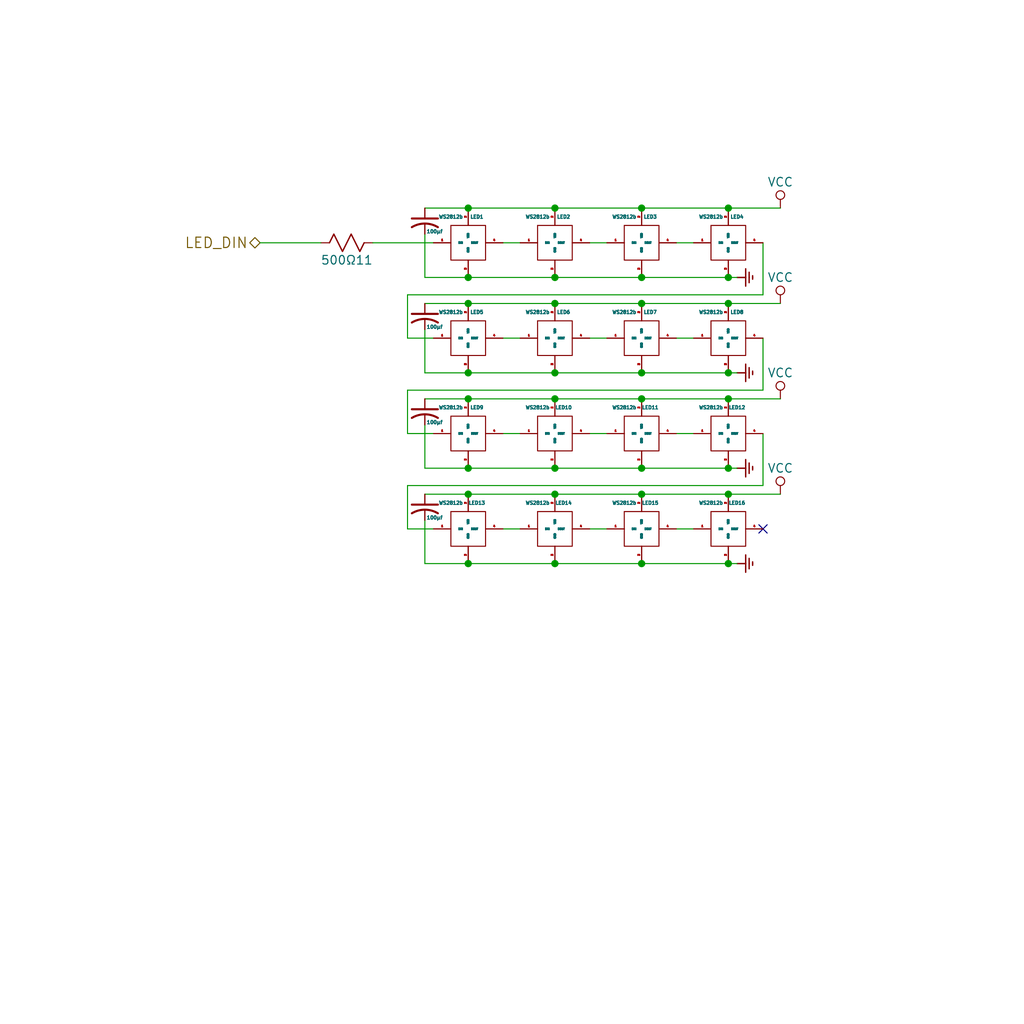
<source format=kicad_sch>
(kicad_sch (version 20230121) (generator eeschema)
  (paper "User" 150.012 150.012)
  (lib_symbols
    (symbol "ZettaOhm:Cap" (pin_numbers hide) (pin_names (offset 0.254) hide)
      (property "Reference" "C" (at 0.508 -1.27 0))
      (symbol "Cap_0_1"
        (rectangle (start -1.905 1.016) (end 1.905 1.016) (stroke (width 0.3048)))
        (arc (start 1.905 -0.254) (mid 0 0.2737) (end -1.905 -0.254) (stroke (width 0.3048)))
      )
      (symbol "Cap_1_1"
        (pin passive line (at 0 2.54 270) (length 1.397) (name "~") (number "1"))
        (pin passive line (at 0 -1.27 90) (length 1.4986) (name "~") (number "2"))
      )
    )
    (symbol "ZettaOhm:GND" (power) (pin_names (offset 0))
      (property "Value" "GND" (at 0 -3.81 0))
      (symbol "GND_0_1"
        (rectangle (start -1.27 -1.27) (end 0 -1.27) (stroke (width 0.2032)))
        (rectangle (start 0 -2.286) (end -0.254 -2.286) (stroke (width 0.2032)))
        (rectangle (start 0 -2.286) (end 0.254 -2.286) (stroke (width 0.2032)))
        (rectangle (start 0 -1.778) (end -0.762 -1.778) (stroke (width 0.2032)))
        (rectangle (start 0 -1.778) (end 0.762 -1.778) (stroke (width 0.2032)))
        (rectangle (start 0 0) (end 0 -1.27) (stroke (width 0.2032)))
        (rectangle (start 1.27 -1.27) (end 0 -1.27) (stroke (width 0.2032)))
      )
      (symbol "GND_1_1"
        (pin power_in line (at 0 0 270) (length 0) hide (name "GND") (number "1"))
      )
    )
    (symbol "ZettaOhm:Resistor" (pin_numbers hide) (pin_names (offset 0))
      (property "Reference" "R" (at 2.54 -1.27 90))
      (symbol "Resistor_0_1"
        (polyline (pts (xy 0 2.54) (xy 1.27 1.905) (xy -1.27 0.635) (xy 1.27 -0.635) (xy -1.27 -1.905) (xy 0 -2.54)) (stroke (width 0.2032)))
      )
      (symbol "Resistor_1_1"
        (pin passive line (at 0 3.81 270) (length 1.27) (name "~") (number "1"))
        (pin passive line (at 0 -3.81 90) (length 1.27) (name "~") (number "2"))
      )
    )
    (symbol "ZettaOhm:WS2812b" (pin_names (offset 1.016))
      (property "Reference" "U" (at 3.81 -1.27 0))
      (property "Value" "WS2812b" (at 0 -1.27 0))
      (symbol "WS2812b_0_1"
        (rectangle (start 0 5.08) (end 5.08 0))
      )
      (symbol "WS2812b_1_1"
        (pin input line (at -2.54 2.54 0) (length 2.54) (name "DIN") (number "1"))
        (pin input line (at 2.54 7.62 270) (length 2.54) (name "VDD") (number "2"))
        (pin input line (at 2.54 -2.54 90) (length 2.54) (name "GND") (number "3"))
        (pin output line (at 7.62 2.54 180) (length 2.54) (name "DOUT") (number "4"))
      )
    )
    (symbol "afx-01-rescue:VCC" (power) (pin_names (offset 0))
      (property "Value" "VCC" (at 0 3.81 0))
      (symbol "VCC_0_1"
        (polyline (pts (xy 0 0) (xy 0 1.27)))
        (circle (center 0 1.905) (radius 0.635))
      )
      (symbol "VCC_1_1"
        (pin power_in line (at 0 0 90) (length 0) hide (name "VCC") (number "1"))
      )
    )
  )
  (junction (at 68.58 40.64))
  (junction (at 106.68 82.55))
  (junction (at 93.98 44.45))
  (junction (at 106.68 54.61))
  (junction (at 106.68 72.39))
  (junction (at 68.58 44.45))
  (junction (at 106.68 68.58))
  (junction (at 81.28 54.61))
  (junction (at 68.58 54.61))
  (junction (at 93.98 40.64))
  (junction (at 81.28 40.64))
  (junction (at 81.28 58.42))
  (junction (at 93.98 54.61))
  (junction (at 93.98 72.39))
  (junction (at 68.58 82.55))
  (junction (at 93.98 58.42))
  (junction (at 68.58 68.58))
  (junction (at 68.58 72.39))
  (junction (at 81.28 44.45))
  (junction (at 68.58 58.42))
  (junction (at 106.68 58.42))
  (junction (at 81.28 68.58))
  (junction (at 81.28 30.48))
  (junction (at 106.68 40.64))
  (junction (at 106.68 30.48))
  (junction (at 68.58 30.48))
  (junction (at 93.98 30.48))
  (junction (at 93.98 82.55))
  (junction (at 81.28 72.39))
  (junction (at 93.98 68.58))
  (junction (at 106.68 44.45))
  (junction (at 81.28 82.55))
  (no_connect (at 111.76 77.47))
  (wire (pts (xy 68.58 40.64) (xy 81.28 40.64)))
  (wire (pts (xy 81.28 82.55) (xy 93.98 82.55)))
  (wire (pts (xy 111.76 49.53) (xy 111.76 57.15)))
  (wire (pts (xy 63.5 35.56) (xy 54.61 35.56)))
  (wire (pts (xy 46.99 35.56) (xy 38.1 35.56)))
  (wire (pts (xy 62.23 54.61) (xy 62.23 48.26)))
  (wire (pts (xy 62.23 40.64) (xy 62.23 34.29)))
  (wire (pts (xy 68.58 44.45) (xy 81.28 44.45)))
  (wire (pts (xy 73.66 77.47) (xy 76.2 77.47)))
  (wire (pts (xy 62.23 54.61) (xy 68.58 54.61)))
  (wire (pts (xy 93.98 54.61) (xy 106.68 54.61)))
  (wire (pts (xy 106.68 58.42) (xy 114.3 58.42)))
  (wire (pts (xy 62.23 82.55) (xy 68.58 82.55)))
  (wire (pts (xy 68.58 58.42) (xy 81.28 58.42)))
  (wire (pts (xy 59.69 43.18) (xy 59.69 49.53)))
  (wire (pts (xy 86.36 49.53) (xy 88.9 49.53)))
  (wire (pts (xy 81.28 54.61) (xy 93.98 54.61)))
  (wire (pts (xy 93.98 40.64) (xy 106.68 40.64)))
  (wire (pts (xy 62.23 82.55) (xy 62.23 76.2)))
  (wire (pts (xy 59.69 49.53) (xy 63.5 49.53)))
  (wire (pts (xy 62.23 68.58) (xy 62.23 62.23)))
  (wire (pts (xy 68.58 30.48) (xy 81.28 30.48)))
  (wire (pts (xy 73.66 63.5) (xy 76.2 63.5)))
  (wire (pts (xy 93.98 72.39) (xy 106.68 72.39)))
  (wire (pts (xy 86.36 63.5) (xy 88.9 63.5)))
  (wire (pts (xy 59.69 57.15) (xy 59.69 63.5)))
  (wire (pts (xy 99.06 77.47) (xy 101.6 77.47)))
  (wire (pts (xy 73.66 35.56) (xy 76.2 35.56)))
  (wire (pts (xy 62.23 72.39) (xy 68.58 72.39)))
  (wire (pts (xy 62.23 44.45) (xy 68.58 44.45)))
  (wire (pts (xy 99.06 35.56) (xy 101.6 35.56)))
  (wire (pts (xy 62.23 68.58) (xy 68.58 68.58)))
  (wire (pts (xy 99.06 49.53) (xy 101.6 49.53)))
  (wire (pts (xy 111.76 43.18) (xy 59.69 43.18)))
  (wire (pts (xy 62.23 40.64) (xy 68.58 40.64)))
  (wire (pts (xy 93.98 44.45) (xy 106.68 44.45)))
  (wire (pts (xy 111.76 63.5) (xy 111.76 71.12)))
  (wire (pts (xy 106.68 44.45) (xy 114.3 44.45)))
  (wire (pts (xy 86.36 35.56) (xy 88.9 35.56)))
  (wire (pts (xy 68.58 82.55) (xy 81.28 82.55)))
  (wire (pts (xy 81.28 58.42) (xy 93.98 58.42)))
  (wire (pts (xy 68.58 72.39) (xy 81.28 72.39)))
  (wire (pts (xy 106.68 72.39) (xy 114.3 72.39)))
  (wire (pts (xy 68.58 68.58) (xy 81.28 68.58)))
  (wire (pts (xy 93.98 58.42) (xy 106.68 58.42)))
  (wire (pts (xy 99.06 63.5) (xy 101.6 63.5)))
  (wire (pts (xy 68.58 54.61) (xy 81.28 54.61)))
  (wire (pts (xy 86.36 77.47) (xy 88.9 77.47)))
  (wire (pts (xy 106.68 54.61) (xy 107.95 54.61)))
  (wire (pts (xy 93.98 30.48) (xy 106.68 30.48)))
  (wire (pts (xy 93.98 82.55) (xy 106.68 82.55)))
  (wire (pts (xy 106.68 30.48) (xy 114.3 30.48)))
  (wire (pts (xy 59.69 63.5) (xy 63.5 63.5)))
  (wire (pts (xy 59.69 77.47) (xy 63.5 77.47)))
  (wire (pts (xy 111.76 57.15) (xy 59.69 57.15)))
  (wire (pts (xy 62.23 30.48) (xy 68.58 30.48)))
  (wire (pts (xy 81.28 44.45) (xy 93.98 44.45)))
  (wire (pts (xy 111.76 35.56) (xy 111.76 43.18)))
  (wire (pts (xy 106.68 68.58) (xy 107.95 68.58)))
  (wire (pts (xy 81.28 40.64) (xy 93.98 40.64)))
  (wire (pts (xy 93.98 68.58) (xy 106.68 68.58)))
  (wire (pts (xy 59.69 71.12) (xy 59.69 77.47)))
  (wire (pts (xy 73.66 49.53) (xy 76.2 49.53)))
  (wire (pts (xy 81.28 72.39) (xy 93.98 72.39)))
  (wire (pts (xy 81.28 68.58) (xy 93.98 68.58)))
  (wire (pts (xy 62.23 58.42) (xy 68.58 58.42)))
  (wire (pts (xy 106.68 40.64) (xy 107.95 40.64)))
  (wire (pts (xy 81.28 30.48) (xy 93.98 30.48)))
  (wire (pts (xy 106.68 82.55) (xy 107.95 82.55)))
  (wire (pts (xy 111.76 71.12) (xy 59.69 71.12)))
  (hierarchical_label "LED_DIN" (shape bidirectional) (at 38.1 35.56 180) (effects (font (size 1.524 1.524))))
  (symbol (lib_id "ZettaOhm:WS2812b") (at 66.04 38.1 0) (unit 1)
    (property "Reference" "LED1" (at 69.85 31.75 0) (effects (font (size 0.508 0.508))))
    (property "Value" "WS2812b" (at 66.04 31.75 0) (effects (font (size 0.508 0.508))))
  )
  (symbol (lib_id "ZettaOhm:WS2812b") (at 78.74 38.1 0) (unit 1)
    (property "Reference" "LED2" (at 82.55 31.75 0) (effects (font (size 0.508 0.508))))
    (property "Value" "WS2812b" (at 78.74 31.75 0) (effects (font (size 0.508 0.508))))
  )
  (symbol (lib_id "ZettaOhm:WS2812b") (at 91.44 38.1 0) (unit 1)
    (property "Reference" "LED3" (at 95.25 31.75 0) (effects (font (size 0.508 0.508))))
    (property "Value" "WS2812b" (at 91.44 31.75 0) (effects (font (size 0.508 0.508))))
  )
  (symbol (lib_id "ZettaOhm:WS2812b") (at 104.14 38.1 0) (unit 1)
    (property "Reference" "LED4" (at 107.95 31.75 0) (effects (font (size 0.508 0.508))))
    (property "Value" "WS2812b" (at 104.14 31.75 0) (effects (font (size 0.508 0.508))))
  )
  (symbol (lib_id "ZettaOhm:GND") (at 107.95 40.64 90) (unit 1)
    (property "Reference" "#PWR024" (effects hide))
    (property "Value" "GND" (effects hide))
  )
  (symbol (lib_id "ZettaOhm:WS2812b") (at 66.04 52.07 0) (unit 1)
    (property "Reference" "LED5" (at 69.85 45.72 0) (effects (font (size 0.508 0.508))))
    (property "Value" "WS2812b" (at 66.04 45.72 0) (effects (font (size 0.508 0.508))))
  )
  (symbol (lib_id "ZettaOhm:WS2812b") (at 78.74 52.07 0) (unit 1)
    (property "Reference" "LED6" (at 82.55 45.72 0) (effects (font (size 0.508 0.508))))
    (property "Value" "WS2812b" (at 78.74 45.72 0) (effects (font (size 0.508 0.508))))
  )
  (symbol (lib_id "ZettaOhm:WS2812b") (at 91.44 52.07 0) (unit 1)
    (property "Reference" "LED7" (at 95.25 45.72 0) (effects (font (size 0.508 0.508))))
    (property "Value" "WS2812b" (at 91.44 45.72 0) (effects (font (size 0.508 0.508))))
  )
  (symbol (lib_id "ZettaOhm:WS2812b") (at 104.14 52.07 0) (unit 1)
    (property "Reference" "LED8" (at 107.95 45.72 0) (effects (font (size 0.508 0.508))))
    (property "Value" "WS2812b" (at 104.14 45.72 0) (effects (font (size 0.508 0.508))))
  )
  (symbol (lib_id "ZettaOhm:GND") (at 107.95 54.61 90) (unit 1)
    (property "Reference" "#PWR025" (effects hide))
    (property "Value" "GND" (effects hide))
  )
  (symbol (lib_id "ZettaOhm:WS2812b") (at 66.04 66.04 0) (unit 1)
    (property "Reference" "LED9" (at 69.85 59.69 0) (effects (font (size 0.508 0.508))))
    (property "Value" "WS2812b" (at 66.04 59.69 0) (effects (font (size 0.508 0.508))))
  )
  (symbol (lib_id "ZettaOhm:WS2812b") (at 78.74 66.04 0) (unit 1)
    (property "Reference" "LED10" (at 82.55 59.69 0) (effects (font (size 0.508 0.508))))
    (property "Value" "WS2812b" (at 78.74 59.69 0) (effects (font (size 0.508 0.508))))
  )
  (symbol (lib_id "ZettaOhm:WS2812b") (at 91.44 66.04 0) (unit 1)
    (property "Reference" "LED11" (at 95.25 59.69 0) (effects (font (size 0.508 0.508))))
    (property "Value" "WS2812b" (at 91.44 59.69 0) (effects (font (size 0.508 0.508))))
  )
  (symbol (lib_id "ZettaOhm:WS2812b") (at 104.14 66.04 0) (unit 1)
    (property "Reference" "LED12" (at 107.95 59.69 0) (effects (font (size 0.508 0.508))))
    (property "Value" "WS2812b" (at 104.14 59.69 0) (effects (font (size 0.508 0.508))))
  )
  (symbol (lib_id "ZettaOhm:GND") (at 107.95 68.58 90) (unit 1)
    (property "Reference" "#PWR026" (effects hide))
    (property "Value" "GND" (effects hide))
  )
  (symbol (lib_id "ZettaOhm:WS2812b") (at 66.04 80.01 0) (unit 1)
    (property "Reference" "LED13" (at 69.85 73.66 0) (effects (font (size 0.508 0.508))))
    (property "Value" "WS2812b" (at 66.04 73.66 0) (effects (font (size 0.508 0.508))))
  )
  (symbol (lib_id "ZettaOhm:WS2812b") (at 78.74 80.01 0) (unit 1)
    (property "Reference" "LED14" (at 82.55 73.66 0) (effects (font (size 0.508 0.508))))
    (property "Value" "WS2812b" (at 78.74 73.66 0) (effects (font (size 0.508 0.508))))
  )
  (symbol (lib_id "ZettaOhm:WS2812b") (at 91.44 80.01 0) (unit 1)
    (property "Reference" "LED15" (at 95.25 73.66 0) (effects (font (size 0.508 0.508))))
    (property "Value" "WS2812b" (at 91.44 73.66 0) (effects (font (size 0.508 0.508))))
  )
  (symbol (lib_id "ZettaOhm:WS2812b") (at 104.14 80.01 0) (unit 1)
    (property "Reference" "LED16" (at 107.95 73.66 0) (effects (font (size 0.508 0.508))))
    (property "Value" "WS2812b" (at 104.14 73.66 0) (effects (font (size 0.508 0.508))))
  )
  (symbol (lib_id "ZettaOhm:GND") (at 107.95 82.55 90) (unit 1)
    (property "Reference" "#PWR027" (effects hide))
    (property "Value" "GND" (effects hide))
  )
  (symbol (lib_id "ZettaOhm:Cap") (at 62.23 33.02 0) (unit 1)
    (property "Reference" "C1" (effects hide))
    (property "Value" "100µf" (at 62.484 33.909 0) (effects (font (size 0.508 0.508)) (justify left)))
    (property "Footprint" "Capacitors_SMD:C_0805_HandSoldering" (effects hide))
  )
  (symbol (lib_id "ZettaOhm:Cap") (at 62.23 46.99 0) (unit 1)
    (property "Reference" "C2" (effects hide))
    (property "Value" "100µf" (at 62.484 47.879 0) (effects (font (size 0.508 0.508)) (justify left)))
    (property "Footprint" "Capacitors_SMD:C_0805_HandSoldering" (effects hide))
  )
  (symbol (lib_id "ZettaOhm:Cap") (at 62.23 60.96 0) (unit 1)
    (property "Reference" "C3" (effects hide))
    (property "Value" "100µf" (at 62.484 61.849 0) (effects (font (size 0.508 0.508)) (justify left)))
    (property "Footprint" "Capacitors_SMD:C_0805_HandSoldering" (effects hide))
  )
  (symbol (lib_id "ZettaOhm:Cap") (at 62.23 74.93 0) (unit 1)
    (property "Reference" "C4" (effects hide))
    (property "Value" "100µf" (at 62.484 75.819 0) (effects (font (size 0.508 0.508)) (justify left)))
    (property "Footprint" "Capacitors_SMD:C_0805_HandSoldering" (effects hide))
  )
  (symbol (lib_id "ZettaOhm:Resistor") (at 50.8 35.56 270) (unit 1)
    (property "Reference" "500Ω11" (at 50.8 38.1 90))
    (property "Value" "Resistor" (effects hide))
    (property "Footprint" "Resistors_SMD:R_0805_HandSoldering" (effects hide))
  )
  (symbol (lib_id "afx-01-rescue:VCC") (at 114.3 30.48 0) (unit 1)
    (property "Reference" "#PWR028" (effects hide))
    (property "Value" "VCC" (at 114.3 26.67 0))
  )
  (symbol (lib_id "afx-01-rescue:VCC") (at 114.3 44.45 0) (unit 1)
    (property "Reference" "#PWR029" (effects hide))
    (property "Value" "VCC" (at 114.3 40.64 0))
  )
  (symbol (lib_id "afx-01-rescue:VCC") (at 114.3 58.42 0) (unit 1)
    (property "Reference" "#PWR030" (effects hide))
    (property "Value" "VCC" (at 114.3 54.61 0))
  )
  (symbol (lib_id "afx-01-rescue:VCC") (at 114.3 72.39 0) (unit 1)
    (property "Reference" "#PWR031" (effects hide))
    (property "Value" "VCC" (at 114.3 68.58 0))
  )
)
</source>
